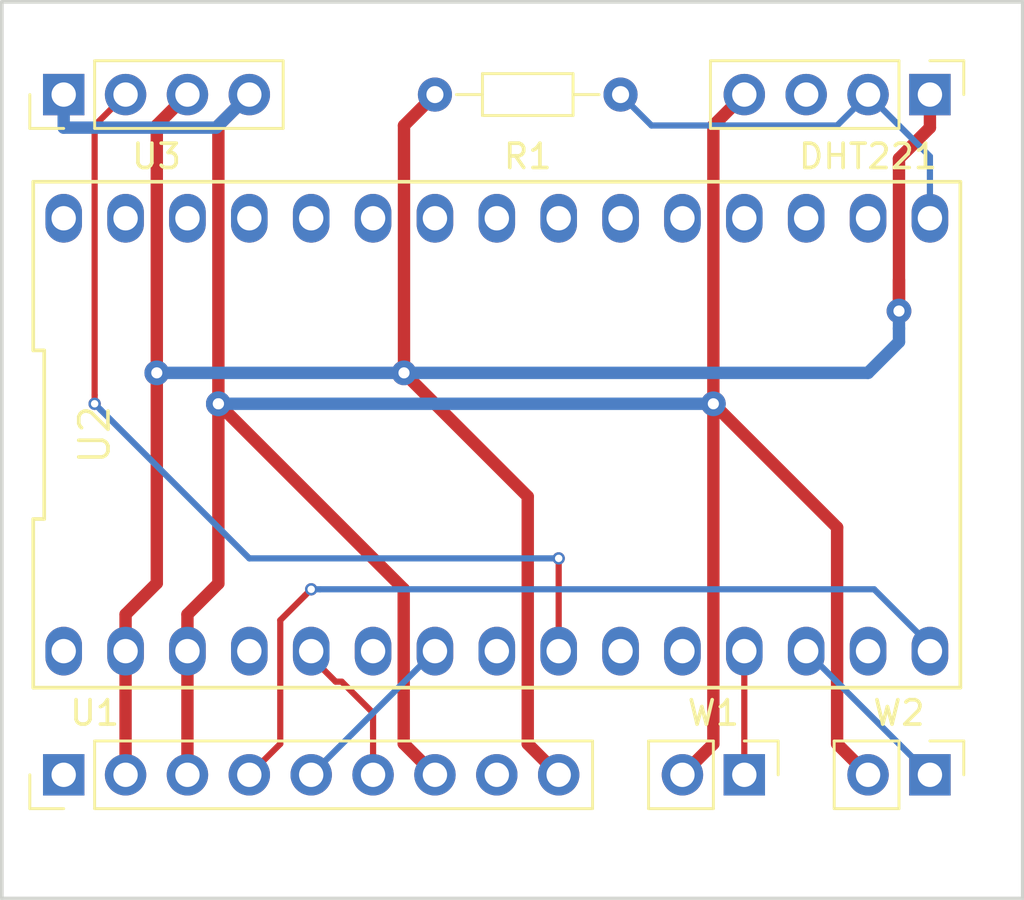
<source format=kicad_pcb>
(kicad_pcb (version 4) (host pcbnew 4.0.5)

  (general
    (links 20)
    (no_connects 0)
    (area 43.104999 27.864999 85.165001 64.845001)
    (thickness 1.6)
    (drawings 4)
    (tracks 82)
    (zones 0)
    (modules 7)
    (nets 10)
  )

  (page User 177.8 127)
  (title_block
    (title "Z-Uno RM60/70/80 Geiger Counter")
    (date 2017-02-05)
    (rev 0.1)
  )

  (layers
    (0 F.Cu signal)
    (31 B.Cu signal)
    (32 B.Adhes user)
    (33 F.Adhes user)
    (34 B.Paste user)
    (35 F.Paste user)
    (36 B.SilkS user)
    (37 F.SilkS user)
    (38 B.Mask user)
    (39 F.Mask user)
    (40 Dwgs.User user)
    (41 Cmts.User user)
    (42 Eco1.User user)
    (43 Eco2.User user)
    (44 Edge.Cuts user)
    (45 Margin user)
    (46 B.CrtYd user)
    (47 F.CrtYd user)
    (48 B.Fab user)
    (49 F.Fab user)
  )

  (setup
    (last_trace_width 0.254)
    (trace_clearance 0.254)
    (zone_clearance 0.508)
    (zone_45_only no)
    (trace_min 0.254)
    (segment_width 0.2)
    (edge_width 0.15)
    (via_size 0.508)
    (via_drill 0.3048)
    (via_min_size 0.508)
    (via_min_drill 0.3048)
    (uvia_size 0.2032)
    (uvia_drill 0.1016)
    (uvias_allowed no)
    (uvia_min_size 0.2032)
    (uvia_min_drill 0.1016)
    (pcb_text_width 0.3)
    (pcb_text_size 1.5 1.5)
    (mod_edge_width 0.15)
    (mod_text_size 1 1)
    (mod_text_width 0.15)
    (pad_size 1.524 1.524)
    (pad_drill 0.762)
    (pad_to_mask_clearance 0.2)
    (aux_axis_origin 0 0)
    (visible_elements 7FFFFFFF)
    (pcbplotparams
      (layerselection 0x00030_80000001)
      (usegerberextensions false)
      (excludeedgelayer true)
      (linewidth 0.100000)
      (plotframeref false)
      (viasonmask false)
      (mode 1)
      (useauxorigin false)
      (hpglpennumber 1)
      (hpglpenspeed 20)
      (hpglpendiameter 15)
      (hpglpenoverlay 2)
      (psnegative false)
      (psa4output false)
      (plotreference true)
      (plotvalue true)
      (plotinvisibletext false)
      (padsonsilk false)
      (subtractmaskfromsilk false)
      (outputformat 1)
      (mirror false)
      (drillshape 0)
      (scaleselection 1)
      (outputdirectory ""))
  )

  (net 0 "")
  (net 1 +5V)
  (net 2 "Net-(DHT221-Pad2)")
  (net 3 GND)
  (net 4 "Net-(U1-Pad4)")
  (net 5 "Net-(U1-Pad5)")
  (net 6 "Net-(U1-Pad6)")
  (net 7 "Net-(U2-Pad12)")
  (net 8 "Net-(U2-Pad13)")
  (net 9 "Net-(U2-Pad9)")

  (net_class Default "This is the default net class."
    (clearance 0.254)
    (trace_width 0.254)
    (via_dia 0.508)
    (via_drill 0.3048)
    (uvia_dia 0.2032)
    (uvia_drill 0.1016)
    (add_net "Net-(DHT221-Pad2)")
    (add_net "Net-(U1-Pad4)")
    (add_net "Net-(U1-Pad5)")
    (add_net "Net-(U1-Pad6)")
    (add_net "Net-(U2-Pad12)")
    (add_net "Net-(U2-Pad13)")
    (add_net "Net-(U2-Pad9)")
  )

  (net_class PowerGround ""
    (clearance 0.254)
    (trace_width 0.508)
    (via_dia 1.016)
    (via_drill 0.4572)
    (uvia_dia 0.2032)
    (uvia_drill 0.1016)
    (add_net +5V)
    (add_net GND)
  )

  (module MyComponents:Z-UNO (layer F.Cu) (tedit 58974F33) (tstamp 5897533F)
    (at 63.5 45.72)
    (path /58970AB7)
    (fp_text reference U2 (at -16.51 0 90) (layer F.SilkS)
      (effects (font (size 1.2 1.2) (thickness 0.15)))
    )
    (fp_text value Z-Uno (at 0 0) (layer F.Fab)
      (effects (font (size 3 3) (thickness 0.3)))
    )
    (fp_line (start -19.03 10.389999) (end 19.03 10.39) (layer F.SilkS) (width 0.15))
    (fp_line (start 19.03 10.39) (end 19.03 -10.389999) (layer F.SilkS) (width 0.15))
    (fp_line (start 19.03 -10.389999) (end -19.03 -10.39) (layer F.SilkS) (width 0.15))
    (fp_line (start -19.03 -10.39) (end -19.03 -3.463333) (layer F.SilkS) (width 0.15))
    (fp_line (start -19.03 -3.463333) (end -18.58 -3.463333) (layer F.SilkS) (width 0.15))
    (fp_line (start -18.58 -3.463333) (end -18.58 3.463333) (layer F.SilkS) (width 0.15))
    (fp_line (start -18.58 3.463333) (end -19.03 3.463333) (layer F.SilkS) (width 0.15))
    (fp_line (start -19.03 3.463333) (end -19.03 10.389999) (layer F.SilkS) (width 0.15))
    (pad 30 thru_hole oval (at -17.78 -8.89) (size 1.5 2) (drill 1) (layers *.Cu *.Mask))
    (pad 1 thru_hole oval (at -17.78 8.89) (size 1.5 2) (drill 1) (layers *.Cu *.Mask))
    (pad 29 thru_hole oval (at -15.24 -8.89) (size 1.5 2) (drill 1) (layers *.Cu *.Mask))
    (pad 2 thru_hole oval (at -15.24 8.89) (size 1.5 2) (drill 1) (layers *.Cu *.Mask)
      (net 1 +5V))
    (pad 28 thru_hole oval (at -12.7 -8.89) (size 1.5 2) (drill 1) (layers *.Cu *.Mask))
    (pad 3 thru_hole oval (at -12.7 8.89) (size 1.5 2) (drill 1) (layers *.Cu *.Mask)
      (net 3 GND))
    (pad 27 thru_hole oval (at -10.16 -8.89) (size 1.5 2) (drill 1) (layers *.Cu *.Mask))
    (pad 4 thru_hole oval (at -10.16 8.89) (size 1.5 2) (drill 1) (layers *.Cu *.Mask))
    (pad 26 thru_hole oval (at -7.62 -8.89) (size 1.5 2) (drill 1) (layers *.Cu *.Mask))
    (pad 5 thru_hole oval (at -7.62 8.89) (size 1.5 2) (drill 1) (layers *.Cu *.Mask)
      (net 6 "Net-(U1-Pad6)"))
    (pad 25 thru_hole oval (at -5.08 -8.89) (size 1.5 2) (drill 1) (layers *.Cu *.Mask))
    (pad 6 thru_hole oval (at -5.08 8.89) (size 1.5 2) (drill 1) (layers *.Cu *.Mask))
    (pad 24 thru_hole oval (at -2.54 -8.89) (size 1.5 2) (drill 1) (layers *.Cu *.Mask))
    (pad 7 thru_hole oval (at -2.54 8.89) (size 1.5 2) (drill 1) (layers *.Cu *.Mask)
      (net 5 "Net-(U1-Pad5)"))
    (pad 23 thru_hole oval (at 0 -8.89) (size 1.5 2) (drill 1) (layers *.Cu *.Mask))
    (pad 8 thru_hole oval (at 0 8.89) (size 1.5 2) (drill 1) (layers *.Cu *.Mask))
    (pad 22 thru_hole oval (at 2.54 -8.89) (size 1.5 2) (drill 1) (layers *.Cu *.Mask))
    (pad 9 thru_hole oval (at 2.54 8.89) (size 1.5 2) (drill 1) (layers *.Cu *.Mask)
      (net 9 "Net-(U2-Pad9)"))
    (pad 21 thru_hole oval (at 5.08 -8.89) (size 1.5 2) (drill 1) (layers *.Cu *.Mask))
    (pad 10 thru_hole oval (at 5.08 8.89) (size 1.5 2) (drill 1) (layers *.Cu *.Mask))
    (pad 20 thru_hole oval (at 7.62 -8.89) (size 1.5 2) (drill 1) (layers *.Cu *.Mask))
    (pad 11 thru_hole oval (at 7.62 8.89) (size 1.5 2) (drill 1) (layers *.Cu *.Mask))
    (pad 19 thru_hole oval (at 10.16 -8.89) (size 1.5 2) (drill 1) (layers *.Cu *.Mask))
    (pad 12 thru_hole oval (at 10.16 8.89) (size 1.5 2) (drill 1) (layers *.Cu *.Mask)
      (net 7 "Net-(U2-Pad12)"))
    (pad 18 thru_hole oval (at 12.7 -8.89) (size 1.5 2) (drill 1) (layers *.Cu *.Mask))
    (pad 13 thru_hole oval (at 12.7 8.89) (size 1.5 2) (drill 1) (layers *.Cu *.Mask)
      (net 8 "Net-(U2-Pad13)"))
    (pad 17 thru_hole oval (at 15.24 -8.89) (size 1.5 2) (drill 1) (layers *.Cu *.Mask))
    (pad 14 thru_hole oval (at 15.24 8.89) (size 1.5 2) (drill 1) (layers *.Cu *.Mask))
    (pad 16 thru_hole oval (at 17.78 -8.89) (size 1.5 2) (drill 1) (layers *.Cu *.Mask)
      (net 2 "Net-(DHT221-Pad2)"))
    (pad 15 thru_hole oval (at 17.78 8.89) (size 1.5 2) (drill 1) (layers *.Cu *.Mask)
      (net 4 "Net-(U1-Pad4)"))
  )

  (module Resistors_THT:R_Axial_DIN0204_L3.6mm_D1.6mm_P7.62mm_Horizontal (layer F.Cu) (tedit 5874F706) (tstamp 58975168)
    (at 60.96 31.75)
    (descr "Resistor, Axial_DIN0204 series, Axial, Horizontal, pin pitch=7.62mm, 0.16666666666666666W = 1/6W, length*diameter=3.6*1.6mm^2, http://cdn-reichelt.de/documents/datenblatt/B400/1_4W%23YAG.pdf")
    (tags "Resistor Axial_DIN0204 series Axial Horizontal pin pitch 7.62mm 0.16666666666666666W = 1/6W length 3.6mm diameter 1.6mm")
    (path /58960D06)
    (fp_text reference R1 (at 3.81 2.54) (layer F.SilkS)
      (effects (font (size 1 1) (thickness 0.15)))
    )
    (fp_text value R (at 3.81 -2.54) (layer F.Fab)
      (effects (font (size 1 1) (thickness 0.15)))
    )
    (fp_line (start 2.01 -0.8) (end 2.01 0.8) (layer F.Fab) (width 0.1))
    (fp_line (start 2.01 0.8) (end 5.61 0.8) (layer F.Fab) (width 0.1))
    (fp_line (start 5.61 0.8) (end 5.61 -0.8) (layer F.Fab) (width 0.1))
    (fp_line (start 5.61 -0.8) (end 2.01 -0.8) (layer F.Fab) (width 0.1))
    (fp_line (start 0 0) (end 2.01 0) (layer F.Fab) (width 0.1))
    (fp_line (start 7.62 0) (end 5.61 0) (layer F.Fab) (width 0.1))
    (fp_line (start 1.95 -0.86) (end 1.95 0.86) (layer F.SilkS) (width 0.12))
    (fp_line (start 1.95 0.86) (end 5.67 0.86) (layer F.SilkS) (width 0.12))
    (fp_line (start 5.67 0.86) (end 5.67 -0.86) (layer F.SilkS) (width 0.12))
    (fp_line (start 5.67 -0.86) (end 1.95 -0.86) (layer F.SilkS) (width 0.12))
    (fp_line (start 0.88 0) (end 1.95 0) (layer F.SilkS) (width 0.12))
    (fp_line (start 6.74 0) (end 5.67 0) (layer F.SilkS) (width 0.12))
    (fp_line (start -0.95 -1.15) (end -0.95 1.15) (layer F.CrtYd) (width 0.05))
    (fp_line (start -0.95 1.15) (end 8.6 1.15) (layer F.CrtYd) (width 0.05))
    (fp_line (start 8.6 1.15) (end 8.6 -1.15) (layer F.CrtYd) (width 0.05))
    (fp_line (start 8.6 -1.15) (end -0.95 -1.15) (layer F.CrtYd) (width 0.05))
    (pad 1 thru_hole circle (at 0 0) (size 1.4 1.4) (drill 0.7) (layers *.Cu *.Mask)
      (net 1 +5V))
    (pad 2 thru_hole oval (at 7.62 0) (size 1.4 1.4) (drill 0.7) (layers *.Cu *.Mask)
      (net 2 "Net-(DHT221-Pad2)"))
    (model Resistors_ThroughHole.3dshapes/R_Axial_DIN0204_L3.6mm_D1.6mm_P7.62mm_Horizontal.wrl
      (at (xyz 0 0 0))
      (scale (xyz 0.393701 0.393701 0.393701))
      (rotate (xyz 0 0 0))
    )
  )

  (module Pin_Headers:Pin_Header_Straight_1x02_Pitch2.54mm (layer F.Cu) (tedit 5862ED52) (tstamp 58975178)
    (at 73.66 59.69 270)
    (descr "Through hole straight pin header, 1x02, 2.54mm pitch, single row")
    (tags "Through hole pin header THT 1x02 2.54mm single row")
    (path /589741B9)
    (fp_text reference W1 (at -2.54 1.27 360) (layer F.SilkS)
      (effects (font (size 1 1) (thickness 0.15)))
    )
    (fp_text value "Button 2" (at 2.54 1.27 360) (layer F.Fab)
      (effects (font (size 1 1) (thickness 0.15)))
    )
    (fp_line (start -1.27 -1.27) (end -1.27 3.81) (layer F.Fab) (width 0.1))
    (fp_line (start -1.27 3.81) (end 1.27 3.81) (layer F.Fab) (width 0.1))
    (fp_line (start 1.27 3.81) (end 1.27 -1.27) (layer F.Fab) (width 0.1))
    (fp_line (start 1.27 -1.27) (end -1.27 -1.27) (layer F.Fab) (width 0.1))
    (fp_line (start -1.39 1.27) (end -1.39 3.93) (layer F.SilkS) (width 0.12))
    (fp_line (start -1.39 3.93) (end 1.39 3.93) (layer F.SilkS) (width 0.12))
    (fp_line (start 1.39 3.93) (end 1.39 1.27) (layer F.SilkS) (width 0.12))
    (fp_line (start 1.39 1.27) (end -1.39 1.27) (layer F.SilkS) (width 0.12))
    (fp_line (start -1.39 0) (end -1.39 -1.39) (layer F.SilkS) (width 0.12))
    (fp_line (start -1.39 -1.39) (end 0 -1.39) (layer F.SilkS) (width 0.12))
    (fp_line (start -1.6 -1.6) (end -1.6 4.1) (layer F.CrtYd) (width 0.05))
    (fp_line (start -1.6 4.1) (end 1.6 4.1) (layer F.CrtYd) (width 0.05))
    (fp_line (start 1.6 4.1) (end 1.6 -1.6) (layer F.CrtYd) (width 0.05))
    (fp_line (start 1.6 -1.6) (end -1.6 -1.6) (layer F.CrtYd) (width 0.05))
    (pad 1 thru_hole rect (at 0 0 270) (size 1.7 1.7) (drill 1) (layers *.Cu *.Mask)
      (net 7 "Net-(U2-Pad12)"))
    (pad 2 thru_hole oval (at 0 2.54 270) (size 1.7 1.7) (drill 1) (layers *.Cu *.Mask)
      (net 3 GND))
    (model Pin_Headers.3dshapes/Pin_Header_Straight_1x02_Pitch2.54mm.wrl
      (at (xyz 0 -0.05 0))
      (scale (xyz 1 1 1))
      (rotate (xyz 0 0 90))
    )
  )

  (module Pin_Headers:Pin_Header_Straight_1x02_Pitch2.54mm (layer F.Cu) (tedit 5862ED52) (tstamp 5897517E)
    (at 81.28 59.69 270)
    (descr "Through hole straight pin header, 1x02, 2.54mm pitch, single row")
    (tags "Through hole pin header THT 1x02 2.54mm single row")
    (path /5897412C)
    (fp_text reference W2 (at -2.54 1.27 360) (layer F.SilkS)
      (effects (font (size 1 1) (thickness 0.15)))
    )
    (fp_text value "Button 1" (at 2.54 1.27 360) (layer F.Fab)
      (effects (font (size 1 1) (thickness 0.15)))
    )
    (fp_line (start -1.27 -1.27) (end -1.27 3.81) (layer F.Fab) (width 0.1))
    (fp_line (start -1.27 3.81) (end 1.27 3.81) (layer F.Fab) (width 0.1))
    (fp_line (start 1.27 3.81) (end 1.27 -1.27) (layer F.Fab) (width 0.1))
    (fp_line (start 1.27 -1.27) (end -1.27 -1.27) (layer F.Fab) (width 0.1))
    (fp_line (start -1.39 1.27) (end -1.39 3.93) (layer F.SilkS) (width 0.12))
    (fp_line (start -1.39 3.93) (end 1.39 3.93) (layer F.SilkS) (width 0.12))
    (fp_line (start 1.39 3.93) (end 1.39 1.27) (layer F.SilkS) (width 0.12))
    (fp_line (start 1.39 1.27) (end -1.39 1.27) (layer F.SilkS) (width 0.12))
    (fp_line (start -1.39 0) (end -1.39 -1.39) (layer F.SilkS) (width 0.12))
    (fp_line (start -1.39 -1.39) (end 0 -1.39) (layer F.SilkS) (width 0.12))
    (fp_line (start -1.6 -1.6) (end -1.6 4.1) (layer F.CrtYd) (width 0.05))
    (fp_line (start -1.6 4.1) (end 1.6 4.1) (layer F.CrtYd) (width 0.05))
    (fp_line (start 1.6 4.1) (end 1.6 -1.6) (layer F.CrtYd) (width 0.05))
    (fp_line (start 1.6 -1.6) (end -1.6 -1.6) (layer F.CrtYd) (width 0.05))
    (pad 1 thru_hole rect (at 0 0 270) (size 1.7 1.7) (drill 1) (layers *.Cu *.Mask)
      (net 8 "Net-(U2-Pad13)"))
    (pad 2 thru_hole oval (at 0 2.54 270) (size 1.7 1.7) (drill 1) (layers *.Cu *.Mask)
      (net 3 GND))
    (model Pin_Headers.3dshapes/Pin_Header_Straight_1x02_Pitch2.54mm.wrl
      (at (xyz 0 -0.05 0))
      (scale (xyz 1 1 1))
      (rotate (xyz 0 0 90))
    )
  )

  (module Pin_Headers:Pin_Header_Straight_1x04_Pitch2.54mm (layer F.Cu) (tedit 5862ED52) (tstamp 5897541F)
    (at 81.28 31.75 270)
    (descr "Through hole straight pin header, 1x04, 2.54mm pitch, single row")
    (tags "Through hole pin header THT 1x04 2.54mm single row")
    (path /58960500)
    (fp_text reference DHT221 (at 2.54 2.54 360) (layer F.SilkS)
      (effects (font (size 1 1) (thickness 0.15)))
    )
    (fp_text value DHT22 (at -2.54 3.81 360) (layer F.Fab)
      (effects (font (size 1 1) (thickness 0.15)))
    )
    (fp_line (start -1.27 -1.27) (end -1.27 8.89) (layer F.Fab) (width 0.1))
    (fp_line (start -1.27 8.89) (end 1.27 8.89) (layer F.Fab) (width 0.1))
    (fp_line (start 1.27 8.89) (end 1.27 -1.27) (layer F.Fab) (width 0.1))
    (fp_line (start 1.27 -1.27) (end -1.27 -1.27) (layer F.Fab) (width 0.1))
    (fp_line (start -1.39 1.27) (end -1.39 9.01) (layer F.SilkS) (width 0.12))
    (fp_line (start -1.39 9.01) (end 1.39 9.01) (layer F.SilkS) (width 0.12))
    (fp_line (start 1.39 9.01) (end 1.39 1.27) (layer F.SilkS) (width 0.12))
    (fp_line (start 1.39 1.27) (end -1.39 1.27) (layer F.SilkS) (width 0.12))
    (fp_line (start -1.39 0) (end -1.39 -1.39) (layer F.SilkS) (width 0.12))
    (fp_line (start -1.39 -1.39) (end 0 -1.39) (layer F.SilkS) (width 0.12))
    (fp_line (start -1.6 -1.6) (end -1.6 9.2) (layer F.CrtYd) (width 0.05))
    (fp_line (start -1.6 9.2) (end 1.6 9.2) (layer F.CrtYd) (width 0.05))
    (fp_line (start 1.6 9.2) (end 1.6 -1.6) (layer F.CrtYd) (width 0.05))
    (fp_line (start 1.6 -1.6) (end -1.6 -1.6) (layer F.CrtYd) (width 0.05))
    (pad 1 thru_hole rect (at 0 0 270) (size 1.7 1.7) (drill 1) (layers *.Cu *.Mask)
      (net 1 +5V))
    (pad 2 thru_hole oval (at 0 2.54 270) (size 1.7 1.7) (drill 1) (layers *.Cu *.Mask)
      (net 2 "Net-(DHT221-Pad2)"))
    (pad 3 thru_hole oval (at 0 5.08 270) (size 1.7 1.7) (drill 1) (layers *.Cu *.Mask))
    (pad 4 thru_hole oval (at 0 7.62 270) (size 1.7 1.7) (drill 1) (layers *.Cu *.Mask)
      (net 3 GND))
    (model Pin_Headers.3dshapes/Pin_Header_Straight_1x04_Pitch2.54mm.wrl
      (at (xyz 0 -0.15 0))
      (scale (xyz 1 1 1))
      (rotate (xyz 0 0 90))
    )
  )

  (module Pin_Headers:Pin_Header_Straight_1x09_Pitch2.54mm (layer F.Cu) (tedit 5862ED52) (tstamp 58975426)
    (at 45.72 59.69 90)
    (descr "Through hole straight pin header, 1x09, 2.54mm pitch, single row")
    (tags "Through hole pin header THT 1x09 2.54mm single row")
    (path /5896DFCF)
    (fp_text reference U1 (at 2.54 1.27 180) (layer F.SilkS)
      (effects (font (size 1 1) (thickness 0.15)))
    )
    (fp_text value AdafruitSharpMemoryDisplay (at -2.54 10.16 180) (layer F.Fab)
      (effects (font (size 1 1) (thickness 0.15)))
    )
    (fp_line (start -1.27 -1.27) (end -1.27 21.59) (layer F.Fab) (width 0.1))
    (fp_line (start -1.27 21.59) (end 1.27 21.59) (layer F.Fab) (width 0.1))
    (fp_line (start 1.27 21.59) (end 1.27 -1.27) (layer F.Fab) (width 0.1))
    (fp_line (start 1.27 -1.27) (end -1.27 -1.27) (layer F.Fab) (width 0.1))
    (fp_line (start -1.39 1.27) (end -1.39 21.71) (layer F.SilkS) (width 0.12))
    (fp_line (start -1.39 21.71) (end 1.39 21.71) (layer F.SilkS) (width 0.12))
    (fp_line (start 1.39 21.71) (end 1.39 1.27) (layer F.SilkS) (width 0.12))
    (fp_line (start 1.39 1.27) (end -1.39 1.27) (layer F.SilkS) (width 0.12))
    (fp_line (start -1.39 0) (end -1.39 -1.39) (layer F.SilkS) (width 0.12))
    (fp_line (start -1.39 -1.39) (end 0 -1.39) (layer F.SilkS) (width 0.12))
    (fp_line (start -1.6 -1.6) (end -1.6 21.9) (layer F.CrtYd) (width 0.05))
    (fp_line (start -1.6 21.9) (end 1.6 21.9) (layer F.CrtYd) (width 0.05))
    (fp_line (start 1.6 21.9) (end 1.6 -1.6) (layer F.CrtYd) (width 0.05))
    (fp_line (start 1.6 -1.6) (end -1.6 -1.6) (layer F.CrtYd) (width 0.05))
    (pad 1 thru_hole rect (at 0 0 90) (size 1.7 1.7) (drill 1) (layers *.Cu *.Mask))
    (pad 2 thru_hole oval (at 0 2.54 90) (size 1.7 1.7) (drill 1) (layers *.Cu *.Mask)
      (net 1 +5V))
    (pad 3 thru_hole oval (at 0 5.08 90) (size 1.7 1.7) (drill 1) (layers *.Cu *.Mask)
      (net 3 GND))
    (pad 4 thru_hole oval (at 0 7.62 90) (size 1.7 1.7) (drill 1) (layers *.Cu *.Mask)
      (net 4 "Net-(U1-Pad4)"))
    (pad 5 thru_hole oval (at 0 10.16 90) (size 1.7 1.7) (drill 1) (layers *.Cu *.Mask)
      (net 5 "Net-(U1-Pad5)"))
    (pad 6 thru_hole oval (at 0 12.7 90) (size 1.7 1.7) (drill 1) (layers *.Cu *.Mask)
      (net 6 "Net-(U1-Pad6)"))
    (pad 7 thru_hole oval (at 0 15.24 90) (size 1.7 1.7) (drill 1) (layers *.Cu *.Mask)
      (net 3 GND))
    (pad 8 thru_hole oval (at 0 17.78 90) (size 1.7 1.7) (drill 1) (layers *.Cu *.Mask))
    (pad 9 thru_hole oval (at 0 20.32 90) (size 1.7 1.7) (drill 1) (layers *.Cu *.Mask)
      (net 1 +5V))
    (model Pin_Headers.3dshapes/Pin_Header_Straight_1x09_Pitch2.54mm.wrl
      (at (xyz 0 -0.4 0))
      (scale (xyz 1 1 1))
      (rotate (xyz 0 0 90))
    )
  )

  (module Pin_Headers:Pin_Header_Straight_1x04_Pitch2.54mm (layer F.Cu) (tedit 5862ED52) (tstamp 5898E286)
    (at 45.72 31.75 90)
    (descr "Through hole straight pin header, 1x04, 2.54mm pitch, single row")
    (tags "Through hole pin header THT 1x04 2.54mm single row")
    (path /5898E0EB)
    (fp_text reference U3 (at -2.54 3.81 180) (layer F.SilkS)
      (effects (font (size 1 1) (thickness 0.15)))
    )
    (fp_text value RM-60 (at 2.54 3.81 180) (layer F.Fab)
      (effects (font (size 1 1) (thickness 0.15)))
    )
    (fp_line (start -1.27 -1.27) (end -1.27 8.89) (layer F.Fab) (width 0.1))
    (fp_line (start -1.27 8.89) (end 1.27 8.89) (layer F.Fab) (width 0.1))
    (fp_line (start 1.27 8.89) (end 1.27 -1.27) (layer F.Fab) (width 0.1))
    (fp_line (start 1.27 -1.27) (end -1.27 -1.27) (layer F.Fab) (width 0.1))
    (fp_line (start -1.39 1.27) (end -1.39 9.01) (layer F.SilkS) (width 0.12))
    (fp_line (start -1.39 9.01) (end 1.39 9.01) (layer F.SilkS) (width 0.12))
    (fp_line (start 1.39 9.01) (end 1.39 1.27) (layer F.SilkS) (width 0.12))
    (fp_line (start 1.39 1.27) (end -1.39 1.27) (layer F.SilkS) (width 0.12))
    (fp_line (start -1.39 0) (end -1.39 -1.39) (layer F.SilkS) (width 0.12))
    (fp_line (start -1.39 -1.39) (end 0 -1.39) (layer F.SilkS) (width 0.12))
    (fp_line (start -1.6 -1.6) (end -1.6 9.2) (layer F.CrtYd) (width 0.05))
    (fp_line (start -1.6 9.2) (end 1.6 9.2) (layer F.CrtYd) (width 0.05))
    (fp_line (start 1.6 9.2) (end 1.6 -1.6) (layer F.CrtYd) (width 0.05))
    (fp_line (start 1.6 -1.6) (end -1.6 -1.6) (layer F.CrtYd) (width 0.05))
    (pad 1 thru_hole rect (at 0 0 90) (size 1.7 1.7) (drill 1) (layers *.Cu *.Mask)
      (net 3 GND))
    (pad 2 thru_hole oval (at 0 2.54 90) (size 1.7 1.7) (drill 1) (layers *.Cu *.Mask)
      (net 9 "Net-(U2-Pad9)"))
    (pad 3 thru_hole oval (at 0 5.08 90) (size 1.7 1.7) (drill 1) (layers *.Cu *.Mask)
      (net 1 +5V))
    (pad 4 thru_hole oval (at 0 7.62 90) (size 1.7 1.7) (drill 1) (layers *.Cu *.Mask)
      (net 3 GND))
    (model Pin_Headers.3dshapes/Pin_Header_Straight_1x04_Pitch2.54mm.wrl
      (at (xyz 0 -0.15 0))
      (scale (xyz 1 1 1))
      (rotate (xyz 0 0 90))
    )
  )

  (gr_line (start 43.18 64.77) (end 43.18 27.94) (angle 90) (layer Edge.Cuts) (width 0.15))
  (gr_line (start 85.09 64.77) (end 43.18 64.77) (angle 90) (layer Edge.Cuts) (width 0.15))
  (gr_line (start 85.09 27.94) (end 85.09 64.77) (angle 90) (layer Edge.Cuts) (width 0.15))
  (gr_line (start 43.18 27.94) (end 85.09 27.94) (angle 90) (layer Edge.Cuts) (width 0.15))

  (segment (start 59.69 43.18) (end 78.74 43.18) (width 0.508) (layer B.Cu) (net 1))
  (segment (start 78.74 43.18) (end 80.01 41.91) (width 0.508) (layer B.Cu) (net 1))
  (segment (start 80.01 41.91) (end 80.01 41.358378) (width 0.508) (layer B.Cu) (net 1))
  (segment (start 80.01 41.358378) (end 80.01 40.639958) (width 0.508) (layer B.Cu) (net 1))
  (segment (start 80.01 34.378) (end 80.01 40.64) (width 0.508) (layer F.Cu) (net 1))
  (segment (start 81.28 33.108) (end 80.01 34.378) (width 0.508) (layer F.Cu) (net 1))
  (segment (start 80.01 40.64) (end 80.01 40.639958) (width 0.508) (layer F.Cu) (net 1))
  (segment (start 81.28 31.75) (end 81.28 33.108) (width 0.508) (layer F.Cu) (net 1))
  (via (at 80.01 40.639958) (size 1.016) (drill 0.4572) (layers F.Cu B.Cu) (net 1))
  (segment (start 80.01 39.37) (end 80.01 40.64) (width 0.508) (layer F.Cu) (net 1))
  (segment (start 48.26 59.69) (end 48.26 54.61) (width 0.508) (layer F.Cu) (net 1) (status 30))
  (segment (start 66.04 59.69) (end 64.77 58.42) (width 0.508) (layer F.Cu) (net 1) (status 10))
  (segment (start 64.77 58.42) (end 64.77 48.26) (width 0.508) (layer F.Cu) (net 1))
  (segment (start 64.77 48.26) (end 59.69 43.18) (width 0.508) (layer F.Cu) (net 1))
  (segment (start 49.54199 43.18) (end 59.69 43.18) (width 0.508) (layer B.Cu) (net 1))
  (segment (start 59.69 33.02) (end 59.69 43.18) (width 0.508) (layer F.Cu) (net 1))
  (via (at 59.69 43.18) (size 1.016) (drill 0.4572) (layers F.Cu B.Cu) (net 1))
  (segment (start 60.96 31.75) (end 59.69 33.02) (width 0.508) (layer F.Cu) (net 1) (status 10))
  (segment (start 49.54199 43.18) (end 49.54199 33.00801) (width 0.508) (layer F.Cu) (net 1))
  (segment (start 49.54199 51.82001) (end 49.54199 43.18) (width 0.508) (layer F.Cu) (net 1))
  (via (at 49.54199 43.18) (size 1.016) (drill 0.4572) (layers F.Cu B.Cu) (net 1))
  (segment (start 81.28 31.75) (end 81.279999 31.219843) (width 0.508) (layer B.Cu) (net 1) (status 30))
  (segment (start 48.26 54.61) (end 48.26 53.102) (width 0.508) (layer F.Cu) (net 1) (status 10))
  (segment (start 48.26 53.102) (end 49.54199 51.82001) (width 0.508) (layer F.Cu) (net 1))
  (segment (start 49.54199 33.00801) (end 50.8 31.75) (width 0.508) (layer F.Cu) (net 1) (status 20))
  (segment (start 81.28 36.83) (end 81.28 34.29) (width 0.254) (layer B.Cu) (net 2) (status 10))
  (segment (start 81.28 34.29) (end 78.74 31.75) (width 0.254) (layer B.Cu) (net 2) (status 20))
  (segment (start 68.58 31.75) (end 69.85 33.02) (width 0.254) (layer B.Cu) (net 2) (status 10))
  (segment (start 69.85 33.02) (end 77.47 33.02) (width 0.254) (layer B.Cu) (net 2))
  (segment (start 77.47 33.02) (end 78.74 31.75) (width 0.254) (layer B.Cu) (net 2) (status 20))
  (segment (start 60.96 59.69) (end 59.67801 58.40801) (width 0.508) (layer F.Cu) (net 3) (status 10))
  (segment (start 59.67801 58.40801) (end 59.67801 52.05801) (width 0.508) (layer F.Cu) (net 3))
  (segment (start 59.67801 52.05801) (end 52.07 44.45) (width 0.508) (layer F.Cu) (net 3))
  (segment (start 50.8 59.69) (end 50.8 54.61) (width 0.508) (layer F.Cu) (net 3) (status 30))
  (segment (start 71.12 59.69) (end 72.39 58.42) (width 0.508) (layer F.Cu) (net 3) (status 10))
  (segment (start 72.39 58.42) (end 72.39 44.45) (width 0.508) (layer F.Cu) (net 3))
  (segment (start 78.74 59.69) (end 77.47 58.42) (width 0.508) (layer F.Cu) (net 3) (status 10))
  (segment (start 77.47 58.42) (end 77.47 49.53) (width 0.508) (layer F.Cu) (net 3))
  (segment (start 77.47 49.53) (end 72.39 44.45) (width 0.508) (layer F.Cu) (net 3))
  (segment (start 45.72 31.75) (end 45.720001 33.108001) (width 0.508) (layer B.Cu) (net 3) (status 10))
  (segment (start 45.720001 33.108001) (end 51.981999 33.108001) (width 0.508) (layer B.Cu) (net 3))
  (segment (start 51.981999 33.108001) (end 53.34 31.75) (width 0.508) (layer B.Cu) (net 3) (status 20))
  (segment (start 72.39 44.45) (end 72.39 33.02) (width 0.508) (layer F.Cu) (net 3))
  (segment (start 72.39 33.02) (end 73.66 31.75) (width 0.508) (layer F.Cu) (net 3) (status 20))
  (segment (start 52.07 44.45) (end 72.39 44.45) (width 0.508) (layer B.Cu) (net 3))
  (via (at 72.39 44.45) (size 1.016) (drill 0.4572) (layers F.Cu B.Cu) (net 3))
  (via (at 52.07 44.45) (size 1.016) (drill 0.4572) (layers F.Cu B.Cu) (net 3))
  (segment (start 52.07 44.45) (end 52.07 33.02) (width 0.508) (layer F.Cu) (net 3))
  (segment (start 52.07 51.832) (end 52.07 44.45) (width 0.508) (layer F.Cu) (net 3))
  (via (at 52.07 44.45) (size 1.016) (drill 0.4572) (layers F.Cu B.Cu) (net 3))
  (segment (start 50.8 54.61) (end 50.8 53.102) (width 0.508) (layer F.Cu) (net 3) (status 10))
  (segment (start 50.8 53.102) (end 52.07 51.832) (width 0.508) (layer F.Cu) (net 3))
  (segment (start 52.07 33.02) (end 53.34 31.75) (width 0.508) (layer F.Cu) (net 3) (status 20))
  (segment (start 54.61 53.34) (end 55.626001 52.323999) (width 0.254) (layer F.Cu) (net 4))
  (segment (start 54.61 58.42) (end 54.61 53.34) (width 0.254) (layer F.Cu) (net 4))
  (segment (start 55.626001 52.323999) (end 55.88 52.07) (width 0.254) (layer F.Cu) (net 4))
  (segment (start 53.34 59.69) (end 54.61 58.42) (width 0.254) (layer F.Cu) (net 4))
  (segment (start 81.28 54.36) (end 78.99 52.07) (width 0.254) (layer B.Cu) (net 4))
  (segment (start 81.28 54.61) (end 81.28 54.36) (width 0.254) (layer B.Cu) (net 4))
  (segment (start 56.23921 52.07) (end 55.88 52.07) (width 0.254) (layer B.Cu) (net 4))
  (segment (start 78.99 52.07) (end 56.23921 52.07) (width 0.254) (layer B.Cu) (net 4))
  (via (at 55.88 52.07) (size 0.508) (drill 0.3048) (layers F.Cu B.Cu) (net 4))
  (segment (start 55.88 59.69) (end 60.96 54.61) (width 0.254) (layer B.Cu) (net 5) (status 30))
  (segment (start 60.96 54.36) (end 60.96 54.61) (width 0.254) (layer B.Cu) (net 5) (status 30))
  (segment (start 58.42 59.69) (end 58.42 57.15) (width 0.254) (layer F.Cu) (net 6) (status 10))
  (segment (start 58.42 57.15) (end 57.134 55.864) (width 0.254) (layer F.Cu) (net 6))
  (segment (start 57.134 55.864) (end 56.884 55.864) (width 0.254) (layer F.Cu) (net 6))
  (segment (start 56.884 55.864) (end 55.88 54.86) (width 0.254) (layer F.Cu) (net 6) (status 20))
  (segment (start 55.88 54.86) (end 55.88 54.61) (width 0.254) (layer F.Cu) (net 6) (status 30))
  (segment (start 55.88 54.86) (end 55.88 54.61) (width 0.254) (layer B.Cu) (net 6) (status 30))
  (segment (start 73.66 59.69) (end 73.66 54.61) (width 0.254) (layer F.Cu) (net 7) (status 30))
  (segment (start 81.28 59.69) (end 76.2 54.61) (width 0.254) (layer B.Cu) (net 8) (status 30))
  (segment (start 46.99 33.02) (end 46.99 44.09079) (width 0.254) (layer F.Cu) (net 9))
  (segment (start 46.99 44.09079) (end 46.99 44.45) (width 0.254) (layer F.Cu) (net 9))
  (segment (start 48.26 31.75) (end 46.99 33.02) (width 0.254) (layer F.Cu) (net 9))
  (segment (start 47.243999 44.703999) (end 46.99 44.45) (width 0.254) (layer B.Cu) (net 9))
  (segment (start 53.34 50.8) (end 47.243999 44.703999) (width 0.254) (layer B.Cu) (net 9))
  (segment (start 66.04 50.8) (end 53.34 50.8) (width 0.254) (layer B.Cu) (net 9))
  (via (at 46.99 44.45) (size 0.508) (drill 0.3048) (layers F.Cu B.Cu) (net 9))
  (segment (start 66.04 54.61) (end 66.04 50.8) (width 0.254) (layer F.Cu) (net 9))
  (via (at 66.04 50.8) (size 0.508) (drill 0.3048) (layers F.Cu B.Cu) (net 9))
  (segment (start 66.04 54.36) (end 66.04 54.61) (width 0.254) (layer B.Cu) (net 9) (status 30))

)

</source>
